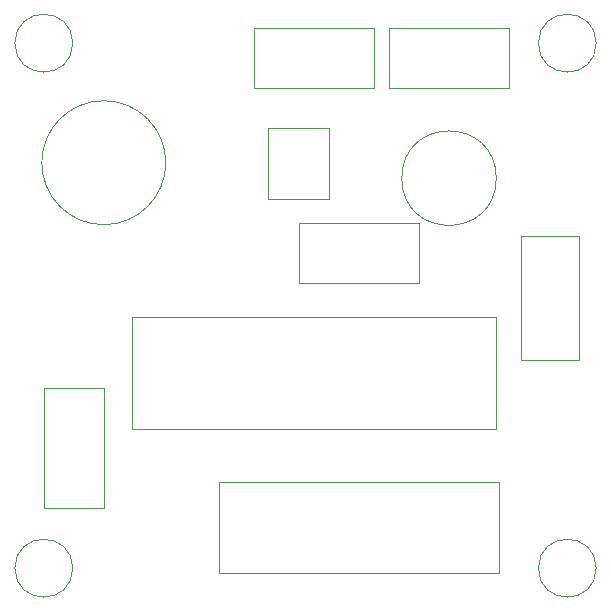
<source format=gbr>
%TF.GenerationSoftware,KiCad,Pcbnew,5.1.5-1.fc31*%
%TF.CreationDate,2020-04-07T08:34:53+02:00*%
%TF.ProjectId,zasilacz,7a617369-6c61-4637-9a2e-6b696361645f,rev?*%
%TF.SameCoordinates,Original*%
%TF.FileFunction,Other,User*%
%FSLAX46Y46*%
G04 Gerber Fmt 4.6, Leading zero omitted, Abs format (unit mm)*
G04 Created by KiCad (PCBNEW 5.1.5-1.fc31) date 2020-04-07 08:34:53*
%MOMM*%
%LPD*%
G04 APERTURE LIST*
%ADD10C,0.050000*%
%ADD11C,0.120000*%
G04 APERTURE END LIST*
D10*
%TO.C,U1*%
X155800000Y-82380000D02*
X150890000Y-82380000D01*
X150890000Y-82380000D02*
X150890000Y-92880000D01*
X150890000Y-92880000D02*
X155800000Y-92880000D01*
X155800000Y-92880000D02*
X155800000Y-82380000D01*
%TO.C,M1*%
X112940000Y-66040000D02*
G75*
G03X112940000Y-66040000I-2450000J0D01*
G01*
%TO.C,M4*%
X157263000Y-66040000D02*
G75*
G03X157263000Y-66040000I-2450000J0D01*
G01*
%TO.C,M3*%
X157263000Y-110490000D02*
G75*
G03X157263000Y-110490000I-2450000J0D01*
G01*
%TO.C,M2*%
X112940000Y-110490000D02*
G75*
G03X112940000Y-110490000I-2450000J0D01*
G01*
%TO.C,C1*%
X120820000Y-76160000D02*
G75*
G03X120820000Y-76160000I-5250000J0D01*
G01*
%TO.C,C2*%
X148800000Y-77470000D02*
G75*
G03X148800000Y-77470000I-4000000J0D01*
G01*
%TO.C,C3*%
X129510000Y-73200000D02*
X129510000Y-79200000D01*
X129510000Y-79200000D02*
X134610000Y-79200000D01*
X134610000Y-79200000D02*
X134610000Y-73200000D01*
X134610000Y-73200000D02*
X129510000Y-73200000D01*
%TO.C,D1*%
X125290000Y-103160000D02*
X148990000Y-103160000D01*
X125290000Y-103160000D02*
X125290000Y-110860000D01*
X148990000Y-110860000D02*
X148990000Y-103160000D01*
X148990000Y-110860000D02*
X125290000Y-110860000D01*
D11*
%TO.C,D2*%
X149860000Y-64770000D02*
X149860000Y-69850000D01*
X149860000Y-69850000D02*
X139700000Y-69850000D01*
X139700000Y-69850000D02*
X139700000Y-64770000D01*
X139700000Y-64770000D02*
X149860000Y-64770000D01*
%TO.C,J1*%
X110490000Y-95250000D02*
X115570000Y-95250000D01*
X110490000Y-105410000D02*
X110490000Y-95250000D01*
X115570000Y-105410000D02*
X110490000Y-105410000D01*
X115570000Y-95250000D02*
X115570000Y-105410000D01*
%TO.C,J2*%
X128270000Y-64770000D02*
X138430000Y-64770000D01*
X138430000Y-64770000D02*
X138430000Y-69850000D01*
X138430000Y-69850000D02*
X128270000Y-69850000D01*
X128270000Y-69850000D02*
X128270000Y-64770000D01*
%TO.C,J3*%
X132080000Y-81280000D02*
X142240000Y-81280000D01*
X142240000Y-81280000D02*
X142240000Y-86360000D01*
X142240000Y-86360000D02*
X132080000Y-86360000D01*
X132080000Y-86360000D02*
X132080000Y-81280000D01*
D10*
%TO.C,R1*%
X148770000Y-98730000D02*
X148770000Y-89230000D01*
X148770000Y-89230000D02*
X117930000Y-89230000D01*
X117930000Y-89230000D02*
X117930000Y-98730000D01*
X117930000Y-98730000D02*
X148770000Y-98730000D01*
%TD*%
M02*

</source>
